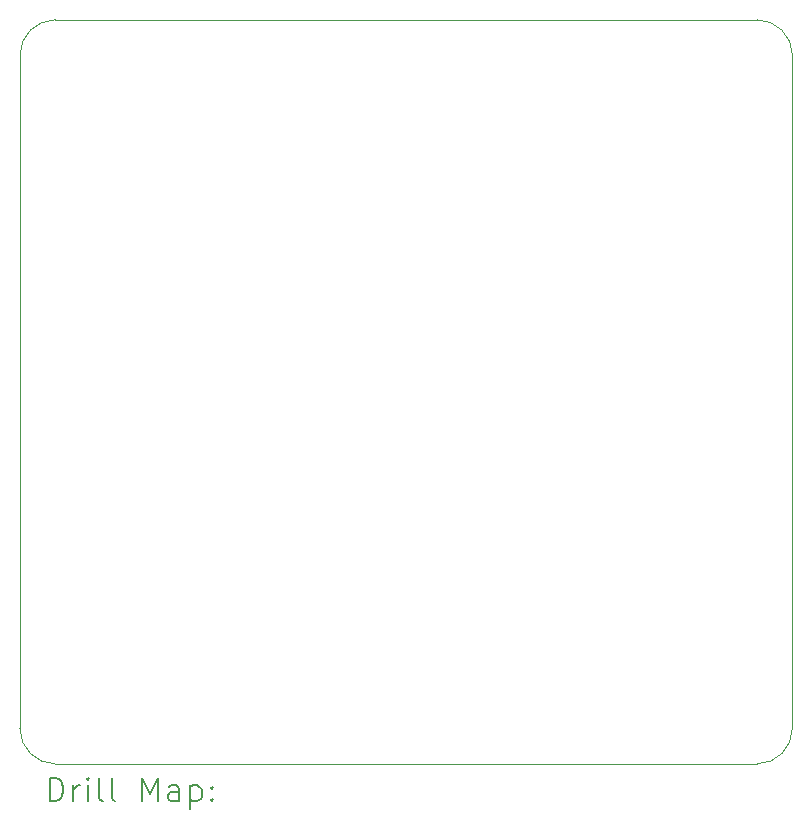
<source format=gbr>
%FSLAX45Y45*%
G04 Gerber Fmt 4.5, Leading zero omitted, Abs format (unit mm)*
G04 Created by KiCad (PCBNEW (6.0.2)) date 2022-09-28 01:38:57*
%MOMM*%
%LPD*%
G01*
G04 APERTURE LIST*
%TA.AperFunction,Profile*%
%ADD10C,0.100000*%
%TD*%
%ADD11C,0.200000*%
G04 APERTURE END LIST*
D10*
X9700000Y-9600000D02*
G75*
G03*
X10000000Y-9900000I300000J0D01*
G01*
X10000000Y-3600000D02*
X15940000Y-3600000D01*
X9700000Y-9600000D02*
X9700000Y-3900000D01*
X15940000Y-9900000D02*
G75*
G03*
X16240000Y-9600000I0J300000D01*
G01*
X16240000Y-3900000D02*
G75*
G03*
X15940000Y-3600000I-300000J0D01*
G01*
X16240000Y-3900000D02*
X16240000Y-9600000D01*
X15940000Y-9900000D02*
X10000000Y-9900000D01*
X10000000Y-3600000D02*
G75*
G03*
X9700000Y-3900000I0J-300000D01*
G01*
D11*
X9952619Y-10215476D02*
X9952619Y-10015476D01*
X10000238Y-10015476D01*
X10028810Y-10025000D01*
X10047857Y-10044048D01*
X10057381Y-10063095D01*
X10066905Y-10101190D01*
X10066905Y-10129762D01*
X10057381Y-10167857D01*
X10047857Y-10186905D01*
X10028810Y-10205952D01*
X10000238Y-10215476D01*
X9952619Y-10215476D01*
X10152619Y-10215476D02*
X10152619Y-10082143D01*
X10152619Y-10120238D02*
X10162143Y-10101190D01*
X10171667Y-10091667D01*
X10190714Y-10082143D01*
X10209762Y-10082143D01*
X10276429Y-10215476D02*
X10276429Y-10082143D01*
X10276429Y-10015476D02*
X10266905Y-10025000D01*
X10276429Y-10034524D01*
X10285952Y-10025000D01*
X10276429Y-10015476D01*
X10276429Y-10034524D01*
X10400238Y-10215476D02*
X10381190Y-10205952D01*
X10371667Y-10186905D01*
X10371667Y-10015476D01*
X10505000Y-10215476D02*
X10485952Y-10205952D01*
X10476429Y-10186905D01*
X10476429Y-10015476D01*
X10733571Y-10215476D02*
X10733571Y-10015476D01*
X10800238Y-10158333D01*
X10866905Y-10015476D01*
X10866905Y-10215476D01*
X11047857Y-10215476D02*
X11047857Y-10110714D01*
X11038333Y-10091667D01*
X11019286Y-10082143D01*
X10981190Y-10082143D01*
X10962143Y-10091667D01*
X11047857Y-10205952D02*
X11028810Y-10215476D01*
X10981190Y-10215476D01*
X10962143Y-10205952D01*
X10952619Y-10186905D01*
X10952619Y-10167857D01*
X10962143Y-10148810D01*
X10981190Y-10139286D01*
X11028810Y-10139286D01*
X11047857Y-10129762D01*
X11143095Y-10082143D02*
X11143095Y-10282143D01*
X11143095Y-10091667D02*
X11162143Y-10082143D01*
X11200238Y-10082143D01*
X11219286Y-10091667D01*
X11228809Y-10101190D01*
X11238333Y-10120238D01*
X11238333Y-10177381D01*
X11228809Y-10196429D01*
X11219286Y-10205952D01*
X11200238Y-10215476D01*
X11162143Y-10215476D01*
X11143095Y-10205952D01*
X11324048Y-10196429D02*
X11333571Y-10205952D01*
X11324048Y-10215476D01*
X11314524Y-10205952D01*
X11324048Y-10196429D01*
X11324048Y-10215476D01*
X11324048Y-10091667D02*
X11333571Y-10101190D01*
X11324048Y-10110714D01*
X11314524Y-10101190D01*
X11324048Y-10091667D01*
X11324048Y-10110714D01*
M02*

</source>
